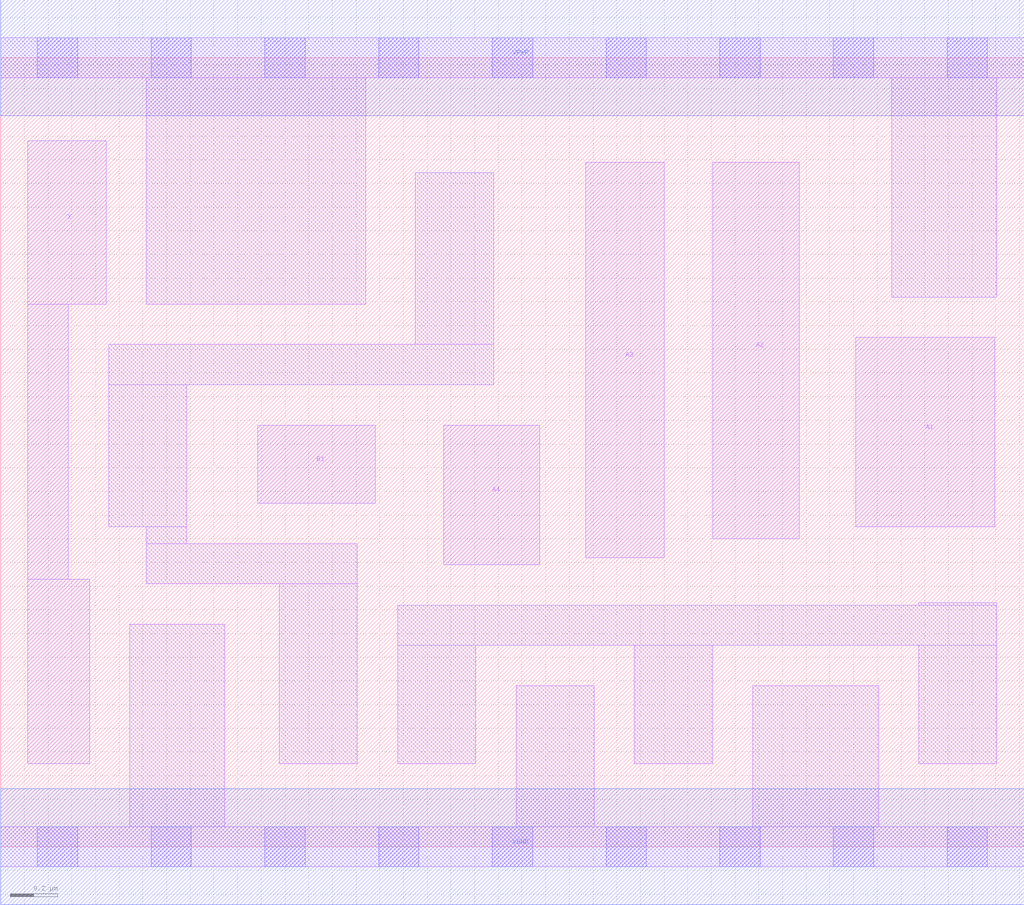
<source format=lef>
# Copyright 2020 The SkyWater PDK Authors
#
# Licensed under the Apache License, Version 2.0 (the "License");
# you may not use this file except in compliance with the License.
# You may obtain a copy of the License at
#
#     https://www.apache.org/licenses/LICENSE-2.0
#
# Unless required by applicable law or agreed to in writing, software
# distributed under the License is distributed on an "AS IS" BASIS,
# WITHOUT WARRANTIES OR CONDITIONS OF ANY KIND, either express or implied.
# See the License for the specific language governing permissions and
# limitations under the License.
#
# SPDX-License-Identifier: Apache-2.0

VERSION 5.7 ;
  NAMESCASESENSITIVE ON ;
  NOWIREEXTENSIONATPIN ON ;
  DIVIDERCHAR "/" ;
  BUSBITCHARS "[]" ;
UNITS
  DATABASE MICRONS 200 ;
END UNITS
MACRO sky130_fd_sc_ms__o41a_1
  CLASS CORE ;
  SOURCE USER ;
  FOREIGN sky130_fd_sc_ms__o41a_1 ;
  ORIGIN  0.000000  0.000000 ;
  SIZE  4.320000 BY  3.330000 ;
  SYMMETRY X Y ;
  SITE unit ;
  PIN A1
    ANTENNAGATEAREA  0.297600 ;
    DIRECTION INPUT ;
    USE SIGNAL ;
    PORT
      LAYER li1 ;
        RECT 3.610000 1.350000 4.195000 2.150000 ;
    END
  END A1
  PIN A2
    ANTENNAGATEAREA  0.297600 ;
    DIRECTION INPUT ;
    USE SIGNAL ;
    PORT
      LAYER li1 ;
        RECT 3.005000 1.300000 3.370000 2.890000 ;
    END
  END A2
  PIN A3
    ANTENNAGATEAREA  0.297600 ;
    DIRECTION INPUT ;
    USE SIGNAL ;
    PORT
      LAYER li1 ;
        RECT 2.470000 1.220000 2.800000 2.890000 ;
    END
  END A3
  PIN A4
    ANTENNAGATEAREA  0.297600 ;
    DIRECTION INPUT ;
    USE SIGNAL ;
    PORT
      LAYER li1 ;
        RECT 1.870000 1.190000 2.275000 1.780000 ;
    END
  END A4
  PIN B1
    ANTENNAGATEAREA  0.247200 ;
    DIRECTION INPUT ;
    USE SIGNAL ;
    PORT
      LAYER li1 ;
        RECT 1.085000 1.450000 1.580000 1.780000 ;
    END
  END B1
  PIN X
    ANTENNADIFFAREA  0.524500 ;
    DIRECTION OUTPUT ;
    USE SIGNAL ;
    PORT
      LAYER li1 ;
        RECT 0.115000 0.350000 0.375000 1.130000 ;
        RECT 0.115000 1.130000 0.285000 2.290000 ;
        RECT 0.115000 2.290000 0.445000 2.980000 ;
    END
  END X
  PIN VGND
    DIRECTION INOUT ;
    USE GROUND ;
    PORT
      LAYER met1 ;
        RECT 0.000000 -0.245000 4.320000 0.245000 ;
    END
  END VGND
  PIN VPWR
    DIRECTION INOUT ;
    USE POWER ;
    PORT
      LAYER met1 ;
        RECT 0.000000 3.085000 4.320000 3.575000 ;
    END
  END VPWR
  OBS
    LAYER li1 ;
      RECT 0.000000 -0.085000 4.320000 0.085000 ;
      RECT 0.000000  3.245000 4.320000 3.415000 ;
      RECT 0.455000  1.350000 0.785000 1.950000 ;
      RECT 0.455000  1.950000 2.080000 2.120000 ;
      RECT 0.545000  0.085000 0.945000 0.940000 ;
      RECT 0.615000  1.110000 1.505000 1.280000 ;
      RECT 0.615000  1.280000 0.785000 1.350000 ;
      RECT 0.615000  2.290000 1.540000 3.245000 ;
      RECT 1.175000  0.350000 1.505000 1.110000 ;
      RECT 1.675000  0.350000 2.005000 0.850000 ;
      RECT 1.675000  0.850000 4.205000 1.020000 ;
      RECT 1.750000  2.120000 2.080000 2.845000 ;
      RECT 2.175000  0.085000 2.505000 0.680000 ;
      RECT 2.675000  0.350000 3.005000 0.850000 ;
      RECT 3.175000  0.085000 3.705000 0.680000 ;
      RECT 3.760000  2.320000 4.205000 3.245000 ;
      RECT 3.875000  0.350000 4.205000 0.850000 ;
      RECT 3.875000  1.020000 4.205000 1.030000 ;
    LAYER mcon ;
      RECT 0.155000 -0.085000 0.325000 0.085000 ;
      RECT 0.155000  3.245000 0.325000 3.415000 ;
      RECT 0.635000 -0.085000 0.805000 0.085000 ;
      RECT 0.635000  3.245000 0.805000 3.415000 ;
      RECT 1.115000 -0.085000 1.285000 0.085000 ;
      RECT 1.115000  3.245000 1.285000 3.415000 ;
      RECT 1.595000 -0.085000 1.765000 0.085000 ;
      RECT 1.595000  3.245000 1.765000 3.415000 ;
      RECT 2.075000 -0.085000 2.245000 0.085000 ;
      RECT 2.075000  3.245000 2.245000 3.415000 ;
      RECT 2.555000 -0.085000 2.725000 0.085000 ;
      RECT 2.555000  3.245000 2.725000 3.415000 ;
      RECT 3.035000 -0.085000 3.205000 0.085000 ;
      RECT 3.035000  3.245000 3.205000 3.415000 ;
      RECT 3.515000 -0.085000 3.685000 0.085000 ;
      RECT 3.515000  3.245000 3.685000 3.415000 ;
      RECT 3.995000 -0.085000 4.165000 0.085000 ;
      RECT 3.995000  3.245000 4.165000 3.415000 ;
  END
END sky130_fd_sc_ms__o41a_1

</source>
